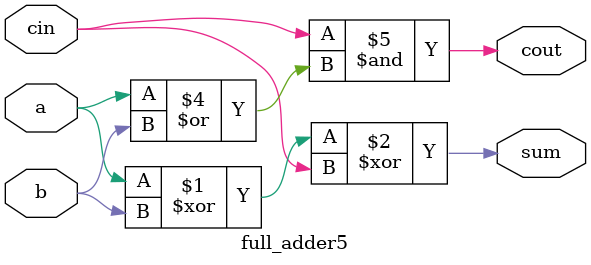
<source format=v>
module full_adder5(a,b,cin,sum,cout);
input a,b,cin;
output sum,cout;
assign sum = a^b^cin;
assign cout = a&1'b0|cin&(a|b); 
// initial begin
//     $display("The incorrect adder with and0 having in2/0");
// end   
endmodule
</source>
